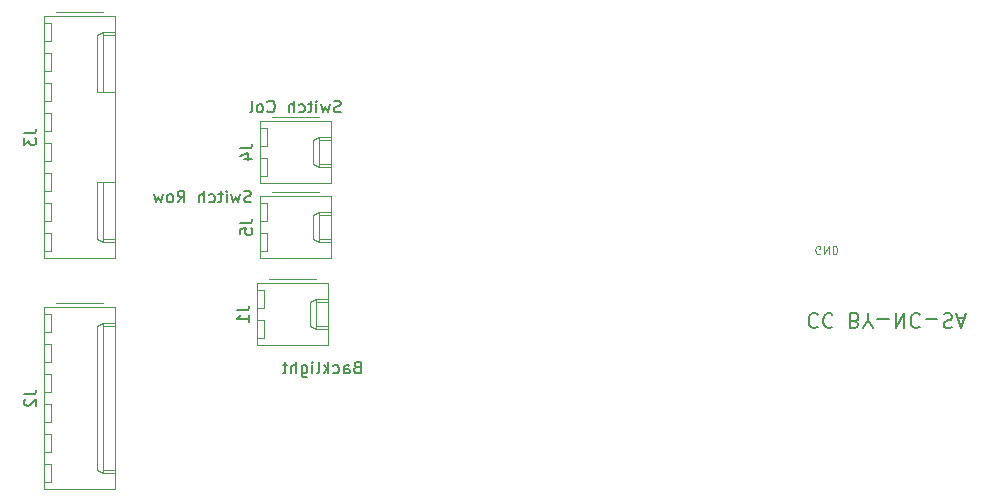
<source format=gbr>
G04 #@! TF.GenerationSoftware,KiCad,Pcbnew,(5.1.5-0-10_14)*
G04 #@! TF.CreationDate,2020-06-21T14:27:19+10:00*
G04 #@! TF.ProjectId,EWI_Right,4557495f-5269-4676-9874-2e6b69636164,-*
G04 #@! TF.SameCoordinates,Original*
G04 #@! TF.FileFunction,Legend,Bot*
G04 #@! TF.FilePolarity,Positive*
%FSLAX46Y46*%
G04 Gerber Fmt 4.6, Leading zero omitted, Abs format (unit mm)*
G04 Created by KiCad (PCBNEW (5.1.5-0-10_14)) date 2020-06-21 14:27:19*
%MOMM*%
%LPD*%
G04 APERTURE LIST*
%ADD10C,0.150000*%
%ADD11C,0.200000*%
%ADD12C,0.100000*%
%ADD13C,0.120000*%
G04 APERTURE END LIST*
D10*
X176132761Y-67746571D02*
X175989904Y-67794190D01*
X175942285Y-67841809D01*
X175894666Y-67937047D01*
X175894666Y-68079904D01*
X175942285Y-68175142D01*
X175989904Y-68222761D01*
X176085142Y-68270380D01*
X176466095Y-68270380D01*
X176466095Y-67270380D01*
X176132761Y-67270380D01*
X176037523Y-67318000D01*
X175989904Y-67365619D01*
X175942285Y-67460857D01*
X175942285Y-67556095D01*
X175989904Y-67651333D01*
X176037523Y-67698952D01*
X176132761Y-67746571D01*
X176466095Y-67746571D01*
X175037523Y-68270380D02*
X175037523Y-67746571D01*
X175085142Y-67651333D01*
X175180380Y-67603714D01*
X175370857Y-67603714D01*
X175466095Y-67651333D01*
X175037523Y-68222761D02*
X175132761Y-68270380D01*
X175370857Y-68270380D01*
X175466095Y-68222761D01*
X175513714Y-68127523D01*
X175513714Y-68032285D01*
X175466095Y-67937047D01*
X175370857Y-67889428D01*
X175132761Y-67889428D01*
X175037523Y-67841809D01*
X174132761Y-68222761D02*
X174228000Y-68270380D01*
X174418476Y-68270380D01*
X174513714Y-68222761D01*
X174561333Y-68175142D01*
X174608952Y-68079904D01*
X174608952Y-67794190D01*
X174561333Y-67698952D01*
X174513714Y-67651333D01*
X174418476Y-67603714D01*
X174228000Y-67603714D01*
X174132761Y-67651333D01*
X173704190Y-68270380D02*
X173704190Y-67270380D01*
X173608952Y-67889428D02*
X173323238Y-68270380D01*
X173323238Y-67603714D02*
X173704190Y-67984666D01*
X172751809Y-68270380D02*
X172847047Y-68222761D01*
X172894666Y-68127523D01*
X172894666Y-67270380D01*
X172370857Y-68270380D02*
X172370857Y-67603714D01*
X172370857Y-67270380D02*
X172418476Y-67318000D01*
X172370857Y-67365619D01*
X172323238Y-67318000D01*
X172370857Y-67270380D01*
X172370857Y-67365619D01*
X171466095Y-67603714D02*
X171466095Y-68413238D01*
X171513714Y-68508476D01*
X171561333Y-68556095D01*
X171656571Y-68603714D01*
X171799428Y-68603714D01*
X171894666Y-68556095D01*
X171466095Y-68222761D02*
X171561333Y-68270380D01*
X171751809Y-68270380D01*
X171847047Y-68222761D01*
X171894666Y-68175142D01*
X171942285Y-68079904D01*
X171942285Y-67794190D01*
X171894666Y-67698952D01*
X171847047Y-67651333D01*
X171751809Y-67603714D01*
X171561333Y-67603714D01*
X171466095Y-67651333D01*
X170989904Y-68270380D02*
X170989904Y-67270380D01*
X170561333Y-68270380D02*
X170561333Y-67746571D01*
X170608952Y-67651333D01*
X170704190Y-67603714D01*
X170847047Y-67603714D01*
X170942285Y-67651333D01*
X170989904Y-67698952D01*
X170228000Y-67603714D02*
X169847047Y-67603714D01*
X170085142Y-67270380D02*
X170085142Y-68127523D01*
X170037523Y-68222761D01*
X169942285Y-68270380D01*
X169847047Y-68270380D01*
X167139428Y-53744761D02*
X166996571Y-53792380D01*
X166758476Y-53792380D01*
X166663238Y-53744761D01*
X166615619Y-53697142D01*
X166568000Y-53601904D01*
X166568000Y-53506666D01*
X166615619Y-53411428D01*
X166663238Y-53363809D01*
X166758476Y-53316190D01*
X166948952Y-53268571D01*
X167044190Y-53220952D01*
X167091809Y-53173333D01*
X167139428Y-53078095D01*
X167139428Y-52982857D01*
X167091809Y-52887619D01*
X167044190Y-52840000D01*
X166948952Y-52792380D01*
X166710857Y-52792380D01*
X166568000Y-52840000D01*
X166234666Y-53125714D02*
X166044190Y-53792380D01*
X165853714Y-53316190D01*
X165663238Y-53792380D01*
X165472761Y-53125714D01*
X165091809Y-53792380D02*
X165091809Y-53125714D01*
X165091809Y-52792380D02*
X165139428Y-52840000D01*
X165091809Y-52887619D01*
X165044190Y-52840000D01*
X165091809Y-52792380D01*
X165091809Y-52887619D01*
X164758476Y-53125714D02*
X164377523Y-53125714D01*
X164615619Y-52792380D02*
X164615619Y-53649523D01*
X164568000Y-53744761D01*
X164472761Y-53792380D01*
X164377523Y-53792380D01*
X163615619Y-53744761D02*
X163710857Y-53792380D01*
X163901333Y-53792380D01*
X163996571Y-53744761D01*
X164044190Y-53697142D01*
X164091809Y-53601904D01*
X164091809Y-53316190D01*
X164044190Y-53220952D01*
X163996571Y-53173333D01*
X163901333Y-53125714D01*
X163710857Y-53125714D01*
X163615619Y-53173333D01*
X163187047Y-53792380D02*
X163187047Y-52792380D01*
X162758476Y-53792380D02*
X162758476Y-53268571D01*
X162806095Y-53173333D01*
X162901333Y-53125714D01*
X163044190Y-53125714D01*
X163139428Y-53173333D01*
X163187047Y-53220952D01*
X160948952Y-53792380D02*
X161282285Y-53316190D01*
X161520380Y-53792380D02*
X161520380Y-52792380D01*
X161139428Y-52792380D01*
X161044190Y-52840000D01*
X160996571Y-52887619D01*
X160948952Y-52982857D01*
X160948952Y-53125714D01*
X160996571Y-53220952D01*
X161044190Y-53268571D01*
X161139428Y-53316190D01*
X161520380Y-53316190D01*
X160377523Y-53792380D02*
X160472761Y-53744761D01*
X160520380Y-53697142D01*
X160568000Y-53601904D01*
X160568000Y-53316190D01*
X160520380Y-53220952D01*
X160472761Y-53173333D01*
X160377523Y-53125714D01*
X160234666Y-53125714D01*
X160139428Y-53173333D01*
X160091809Y-53220952D01*
X160044190Y-53316190D01*
X160044190Y-53601904D01*
X160091809Y-53697142D01*
X160139428Y-53744761D01*
X160234666Y-53792380D01*
X160377523Y-53792380D01*
X159710857Y-53125714D02*
X159520380Y-53792380D01*
X159329904Y-53316190D01*
X159139428Y-53792380D01*
X158948952Y-53125714D01*
X174751523Y-46124761D02*
X174608666Y-46172380D01*
X174370571Y-46172380D01*
X174275333Y-46124761D01*
X174227714Y-46077142D01*
X174180095Y-45981904D01*
X174180095Y-45886666D01*
X174227714Y-45791428D01*
X174275333Y-45743809D01*
X174370571Y-45696190D01*
X174561047Y-45648571D01*
X174656285Y-45600952D01*
X174703904Y-45553333D01*
X174751523Y-45458095D01*
X174751523Y-45362857D01*
X174703904Y-45267619D01*
X174656285Y-45220000D01*
X174561047Y-45172380D01*
X174322952Y-45172380D01*
X174180095Y-45220000D01*
X173846761Y-45505714D02*
X173656285Y-46172380D01*
X173465809Y-45696190D01*
X173275333Y-46172380D01*
X173084857Y-45505714D01*
X172703904Y-46172380D02*
X172703904Y-45505714D01*
X172703904Y-45172380D02*
X172751523Y-45220000D01*
X172703904Y-45267619D01*
X172656285Y-45220000D01*
X172703904Y-45172380D01*
X172703904Y-45267619D01*
X172370571Y-45505714D02*
X171989619Y-45505714D01*
X172227714Y-45172380D02*
X172227714Y-46029523D01*
X172180095Y-46124761D01*
X172084857Y-46172380D01*
X171989619Y-46172380D01*
X171227714Y-46124761D02*
X171322952Y-46172380D01*
X171513428Y-46172380D01*
X171608666Y-46124761D01*
X171656285Y-46077142D01*
X171703904Y-45981904D01*
X171703904Y-45696190D01*
X171656285Y-45600952D01*
X171608666Y-45553333D01*
X171513428Y-45505714D01*
X171322952Y-45505714D01*
X171227714Y-45553333D01*
X170799142Y-46172380D02*
X170799142Y-45172380D01*
X170370571Y-46172380D02*
X170370571Y-45648571D01*
X170418190Y-45553333D01*
X170513428Y-45505714D01*
X170656285Y-45505714D01*
X170751523Y-45553333D01*
X170799142Y-45600952D01*
X168561047Y-46077142D02*
X168608666Y-46124761D01*
X168751523Y-46172380D01*
X168846761Y-46172380D01*
X168989619Y-46124761D01*
X169084857Y-46029523D01*
X169132476Y-45934285D01*
X169180095Y-45743809D01*
X169180095Y-45600952D01*
X169132476Y-45410476D01*
X169084857Y-45315238D01*
X168989619Y-45220000D01*
X168846761Y-45172380D01*
X168751523Y-45172380D01*
X168608666Y-45220000D01*
X168561047Y-45267619D01*
X167989619Y-46172380D02*
X168084857Y-46124761D01*
X168132476Y-46077142D01*
X168180095Y-45981904D01*
X168180095Y-45696190D01*
X168132476Y-45600952D01*
X168084857Y-45553333D01*
X167989619Y-45505714D01*
X167846761Y-45505714D01*
X167751523Y-45553333D01*
X167703904Y-45600952D01*
X167656285Y-45696190D01*
X167656285Y-45981904D01*
X167703904Y-46077142D01*
X167751523Y-46124761D01*
X167846761Y-46172380D01*
X167989619Y-46172380D01*
X167084857Y-46172380D02*
X167180095Y-46124761D01*
X167227714Y-46029523D01*
X167227714Y-45172380D01*
D11*
X215146666Y-63307571D02*
X215087142Y-63248047D01*
X214908571Y-63188523D01*
X214789523Y-63188523D01*
X214610952Y-63248047D01*
X214491904Y-63367095D01*
X214432380Y-63486142D01*
X214372857Y-63724238D01*
X214372857Y-63902809D01*
X214432380Y-64140904D01*
X214491904Y-64259952D01*
X214610952Y-64379000D01*
X214789523Y-64438523D01*
X214908571Y-64438523D01*
X215087142Y-64379000D01*
X215146666Y-64319476D01*
X216396666Y-63307571D02*
X216337142Y-63248047D01*
X216158571Y-63188523D01*
X216039523Y-63188523D01*
X215860952Y-63248047D01*
X215741904Y-63367095D01*
X215682380Y-63486142D01*
X215622857Y-63724238D01*
X215622857Y-63902809D01*
X215682380Y-64140904D01*
X215741904Y-64259952D01*
X215860952Y-64379000D01*
X216039523Y-64438523D01*
X216158571Y-64438523D01*
X216337142Y-64379000D01*
X216396666Y-64319476D01*
X218301428Y-63843285D02*
X218480000Y-63783761D01*
X218539523Y-63724238D01*
X218599047Y-63605190D01*
X218599047Y-63426619D01*
X218539523Y-63307571D01*
X218480000Y-63248047D01*
X218360952Y-63188523D01*
X217884761Y-63188523D01*
X217884761Y-64438523D01*
X218301428Y-64438523D01*
X218420476Y-64379000D01*
X218480000Y-64319476D01*
X218539523Y-64200428D01*
X218539523Y-64081380D01*
X218480000Y-63962333D01*
X218420476Y-63902809D01*
X218301428Y-63843285D01*
X217884761Y-63843285D01*
X219372857Y-63783761D02*
X219372857Y-63188523D01*
X218956190Y-64438523D02*
X219372857Y-63783761D01*
X219789523Y-64438523D01*
X220206190Y-63664714D02*
X221158571Y-63664714D01*
X221753809Y-63188523D02*
X221753809Y-64438523D01*
X222468095Y-63188523D01*
X222468095Y-64438523D01*
X223777619Y-63307571D02*
X223718095Y-63248047D01*
X223539523Y-63188523D01*
X223420476Y-63188523D01*
X223241904Y-63248047D01*
X223122857Y-63367095D01*
X223063333Y-63486142D01*
X223003809Y-63724238D01*
X223003809Y-63902809D01*
X223063333Y-64140904D01*
X223122857Y-64259952D01*
X223241904Y-64379000D01*
X223420476Y-64438523D01*
X223539523Y-64438523D01*
X223718095Y-64379000D01*
X223777619Y-64319476D01*
X224313333Y-63664714D02*
X225265714Y-63664714D01*
X225801428Y-63248047D02*
X225980000Y-63188523D01*
X226277619Y-63188523D01*
X226396666Y-63248047D01*
X226456190Y-63307571D01*
X226515714Y-63426619D01*
X226515714Y-63545666D01*
X226456190Y-63664714D01*
X226396666Y-63724238D01*
X226277619Y-63783761D01*
X226039523Y-63843285D01*
X225920476Y-63902809D01*
X225860952Y-63962333D01*
X225801428Y-64081380D01*
X225801428Y-64200428D01*
X225860952Y-64319476D01*
X225920476Y-64379000D01*
X226039523Y-64438523D01*
X226337142Y-64438523D01*
X226515714Y-64379000D01*
X226991904Y-63545666D02*
X227587142Y-63545666D01*
X226872857Y-63188523D02*
X227289523Y-64438523D01*
X227706190Y-63188523D01*
D12*
X215332318Y-58128332D02*
X215265652Y-58161665D01*
X215165652Y-58161665D01*
X215065652Y-58128332D01*
X214998985Y-58061665D01*
X214965652Y-57994998D01*
X214932318Y-57861665D01*
X214932318Y-57761665D01*
X214965652Y-57628332D01*
X214998985Y-57561665D01*
X215065652Y-57494998D01*
X215165652Y-57461665D01*
X215232318Y-57461665D01*
X215332318Y-57494998D01*
X215365652Y-57528332D01*
X215365652Y-57761665D01*
X215232318Y-57761665D01*
X215665652Y-57461665D02*
X215665652Y-58161665D01*
X216065652Y-57461665D01*
X216065652Y-58161665D01*
X216398985Y-57461665D02*
X216398985Y-58161665D01*
X216565652Y-58161665D01*
X216665652Y-58128332D01*
X216732318Y-58061665D01*
X216765652Y-57994998D01*
X216798985Y-57861665D01*
X216798985Y-57761665D01*
X216765652Y-57628332D01*
X216732318Y-57561665D01*
X216665652Y-57494998D01*
X216565652Y-57461665D01*
X216398985Y-57461665D01*
D13*
X168512000Y-57950000D02*
X167912000Y-57950000D01*
X168512000Y-56350000D02*
X168512000Y-57950000D01*
X167912000Y-56350000D02*
X168512000Y-56350000D01*
X168512000Y-55410000D02*
X167912000Y-55410000D01*
X168512000Y-53810000D02*
X168512000Y-55410000D01*
X167912000Y-53810000D02*
X168512000Y-53810000D01*
X173932000Y-56900000D02*
X172932000Y-56900000D01*
X173932000Y-54860000D02*
X172932000Y-54860000D01*
X172402000Y-56900000D02*
X172932000Y-57150000D01*
X172402000Y-54860000D02*
X172402000Y-56900000D01*
X172932000Y-54610000D02*
X172402000Y-54860000D01*
X172932000Y-57150000D02*
X173932000Y-57150000D01*
X172932000Y-54610000D02*
X172932000Y-57150000D01*
X173932000Y-54610000D02*
X172932000Y-54610000D01*
X168942000Y-52940000D02*
X172942000Y-52940000D01*
X167912000Y-58530000D02*
X167912000Y-53230000D01*
X173932000Y-58530000D02*
X167912000Y-58530000D01*
X173932000Y-53230000D02*
X173932000Y-58530000D01*
X167912000Y-53230000D02*
X173932000Y-53230000D01*
X168512000Y-51600000D02*
X167912000Y-51600000D01*
X168512000Y-50000000D02*
X168512000Y-51600000D01*
X167912000Y-50000000D02*
X168512000Y-50000000D01*
X168512000Y-49060000D02*
X167912000Y-49060000D01*
X168512000Y-47460000D02*
X168512000Y-49060000D01*
X167912000Y-47460000D02*
X168512000Y-47460000D01*
X173932000Y-50550000D02*
X172932000Y-50550000D01*
X173932000Y-48510000D02*
X172932000Y-48510000D01*
X172402000Y-50550000D02*
X172932000Y-50800000D01*
X172402000Y-48510000D02*
X172402000Y-50550000D01*
X172932000Y-48260000D02*
X172402000Y-48510000D01*
X172932000Y-50800000D02*
X173932000Y-50800000D01*
X172932000Y-48260000D02*
X172932000Y-50800000D01*
X173932000Y-48260000D02*
X172932000Y-48260000D01*
X168942000Y-46590000D02*
X172942000Y-46590000D01*
X167912000Y-52180000D02*
X167912000Y-46880000D01*
X173932000Y-52180000D02*
X167912000Y-52180000D01*
X173932000Y-46880000D02*
X173932000Y-52180000D01*
X167912000Y-46880000D02*
X173932000Y-46880000D01*
X150224000Y-57950000D02*
X149624000Y-57950000D01*
X150224000Y-56350000D02*
X150224000Y-57950000D01*
X149624000Y-56350000D02*
X150224000Y-56350000D01*
X150224000Y-55410000D02*
X149624000Y-55410000D01*
X150224000Y-53810000D02*
X150224000Y-55410000D01*
X149624000Y-53810000D02*
X150224000Y-53810000D01*
X150224000Y-52870000D02*
X149624000Y-52870000D01*
X150224000Y-51270000D02*
X150224000Y-52870000D01*
X149624000Y-51270000D02*
X150224000Y-51270000D01*
X150224000Y-50330000D02*
X149624000Y-50330000D01*
X150224000Y-48730000D02*
X150224000Y-50330000D01*
X149624000Y-48730000D02*
X150224000Y-48730000D01*
X150224000Y-47790000D02*
X149624000Y-47790000D01*
X150224000Y-46190000D02*
X150224000Y-47790000D01*
X149624000Y-46190000D02*
X150224000Y-46190000D01*
X150224000Y-45250000D02*
X149624000Y-45250000D01*
X150224000Y-43650000D02*
X150224000Y-45250000D01*
X149624000Y-43650000D02*
X150224000Y-43650000D01*
X150224000Y-42710000D02*
X149624000Y-42710000D01*
X150224000Y-41110000D02*
X150224000Y-42710000D01*
X149624000Y-41110000D02*
X150224000Y-41110000D01*
X150224000Y-40170000D02*
X149624000Y-40170000D01*
X150224000Y-38570000D02*
X150224000Y-40170000D01*
X149624000Y-38570000D02*
X150224000Y-38570000D01*
X155644000Y-56900000D02*
X154644000Y-56900000D01*
X154114000Y-52070000D02*
X154644000Y-52070000D01*
X154114000Y-56900000D02*
X154114000Y-52070000D01*
X154644000Y-57150000D02*
X154114000Y-56900000D01*
X154644000Y-52070000D02*
X155644000Y-52070000D01*
X154644000Y-57150000D02*
X154644000Y-52070000D01*
X155644000Y-57150000D02*
X154644000Y-57150000D01*
X155644000Y-39620000D02*
X154644000Y-39620000D01*
X154114000Y-44450000D02*
X154644000Y-44450000D01*
X154114000Y-39620000D02*
X154114000Y-44450000D01*
X154644000Y-39370000D02*
X154114000Y-39620000D01*
X154644000Y-44450000D02*
X155644000Y-44450000D01*
X154644000Y-39370000D02*
X154644000Y-44450000D01*
X155644000Y-39370000D02*
X154644000Y-39370000D01*
X150654000Y-37700000D02*
X154654000Y-37700000D01*
X149624000Y-58530000D02*
X149624000Y-37990000D01*
X155644000Y-58530000D02*
X149624000Y-58530000D01*
X155644000Y-37990000D02*
X155644000Y-58530000D01*
X149624000Y-37990000D02*
X155644000Y-37990000D01*
X150224000Y-77508000D02*
X149624000Y-77508000D01*
X150224000Y-75908000D02*
X150224000Y-77508000D01*
X149624000Y-75908000D02*
X150224000Y-75908000D01*
X150224000Y-74968000D02*
X149624000Y-74968000D01*
X150224000Y-73368000D02*
X150224000Y-74968000D01*
X149624000Y-73368000D02*
X150224000Y-73368000D01*
X150224000Y-72428000D02*
X149624000Y-72428000D01*
X150224000Y-70828000D02*
X150224000Y-72428000D01*
X149624000Y-70828000D02*
X150224000Y-70828000D01*
X150224000Y-69888000D02*
X149624000Y-69888000D01*
X150224000Y-68288000D02*
X150224000Y-69888000D01*
X149624000Y-68288000D02*
X150224000Y-68288000D01*
X150224000Y-67348000D02*
X149624000Y-67348000D01*
X150224000Y-65748000D02*
X150224000Y-67348000D01*
X149624000Y-65748000D02*
X150224000Y-65748000D01*
X150224000Y-64808000D02*
X149624000Y-64808000D01*
X150224000Y-63208000D02*
X150224000Y-64808000D01*
X149624000Y-63208000D02*
X150224000Y-63208000D01*
X155644000Y-76458000D02*
X154644000Y-76458000D01*
X155644000Y-64258000D02*
X154644000Y-64258000D01*
X154114000Y-76458000D02*
X154644000Y-76708000D01*
X154114000Y-64258000D02*
X154114000Y-76458000D01*
X154644000Y-64008000D02*
X154114000Y-64258000D01*
X154644000Y-76708000D02*
X155644000Y-76708000D01*
X154644000Y-64008000D02*
X154644000Y-76708000D01*
X155644000Y-64008000D02*
X154644000Y-64008000D01*
X150654000Y-62338000D02*
X154654000Y-62338000D01*
X149624000Y-78088000D02*
X149624000Y-62628000D01*
X155644000Y-78088000D02*
X149624000Y-78088000D01*
X155644000Y-62628000D02*
X155644000Y-78088000D01*
X149624000Y-62628000D02*
X155644000Y-62628000D01*
X168258000Y-65316000D02*
X167658000Y-65316000D01*
X168258000Y-63716000D02*
X168258000Y-65316000D01*
X167658000Y-63716000D02*
X168258000Y-63716000D01*
X168258000Y-62776000D02*
X167658000Y-62776000D01*
X168258000Y-61176000D02*
X168258000Y-62776000D01*
X167658000Y-61176000D02*
X168258000Y-61176000D01*
X173678000Y-64266000D02*
X172678000Y-64266000D01*
X173678000Y-62226000D02*
X172678000Y-62226000D01*
X172148000Y-64266000D02*
X172678000Y-64516000D01*
X172148000Y-62226000D02*
X172148000Y-64266000D01*
X172678000Y-61976000D02*
X172148000Y-62226000D01*
X172678000Y-64516000D02*
X173678000Y-64516000D01*
X172678000Y-61976000D02*
X172678000Y-64516000D01*
X173678000Y-61976000D02*
X172678000Y-61976000D01*
X168688000Y-60306000D02*
X172688000Y-60306000D01*
X167658000Y-65896000D02*
X167658000Y-60596000D01*
X173678000Y-65896000D02*
X167658000Y-65896000D01*
X173678000Y-60596000D02*
X173678000Y-65896000D01*
X167658000Y-60596000D02*
X173678000Y-60596000D01*
D10*
X166274380Y-55546666D02*
X166988666Y-55546666D01*
X167131523Y-55499047D01*
X167226761Y-55403809D01*
X167274380Y-55260952D01*
X167274380Y-55165714D01*
X166274380Y-56499047D02*
X166274380Y-56022857D01*
X166750571Y-55975238D01*
X166702952Y-56022857D01*
X166655333Y-56118095D01*
X166655333Y-56356190D01*
X166702952Y-56451428D01*
X166750571Y-56499047D01*
X166845809Y-56546666D01*
X167083904Y-56546666D01*
X167179142Y-56499047D01*
X167226761Y-56451428D01*
X167274380Y-56356190D01*
X167274380Y-56118095D01*
X167226761Y-56022857D01*
X167179142Y-55975238D01*
X166274380Y-49196666D02*
X166988666Y-49196666D01*
X167131523Y-49149047D01*
X167226761Y-49053809D01*
X167274380Y-48910952D01*
X167274380Y-48815714D01*
X166607714Y-50101428D02*
X167274380Y-50101428D01*
X166226761Y-49863333D02*
X166941047Y-49625238D01*
X166941047Y-50244285D01*
X147986380Y-47926666D02*
X148700666Y-47926666D01*
X148843523Y-47879047D01*
X148938761Y-47783809D01*
X148986380Y-47640952D01*
X148986380Y-47545714D01*
X147986380Y-48307619D02*
X147986380Y-48926666D01*
X148367333Y-48593333D01*
X148367333Y-48736190D01*
X148414952Y-48831428D01*
X148462571Y-48879047D01*
X148557809Y-48926666D01*
X148795904Y-48926666D01*
X148891142Y-48879047D01*
X148938761Y-48831428D01*
X148986380Y-48736190D01*
X148986380Y-48450476D01*
X148938761Y-48355238D01*
X148891142Y-48307619D01*
X147986380Y-70024666D02*
X148700666Y-70024666D01*
X148843523Y-69977047D01*
X148938761Y-69881809D01*
X148986380Y-69738952D01*
X148986380Y-69643714D01*
X148081619Y-70453238D02*
X148034000Y-70500857D01*
X147986380Y-70596095D01*
X147986380Y-70834190D01*
X148034000Y-70929428D01*
X148081619Y-70977047D01*
X148176857Y-71024666D01*
X148272095Y-71024666D01*
X148414952Y-70977047D01*
X148986380Y-70405619D01*
X148986380Y-71024666D01*
X166020380Y-62912666D02*
X166734666Y-62912666D01*
X166877523Y-62865047D01*
X166972761Y-62769809D01*
X167020380Y-62626952D01*
X167020380Y-62531714D01*
X167020380Y-63912666D02*
X167020380Y-63341238D01*
X167020380Y-63626952D02*
X166020380Y-63626952D01*
X166163238Y-63531714D01*
X166258476Y-63436476D01*
X166306095Y-63341238D01*
M02*

</source>
